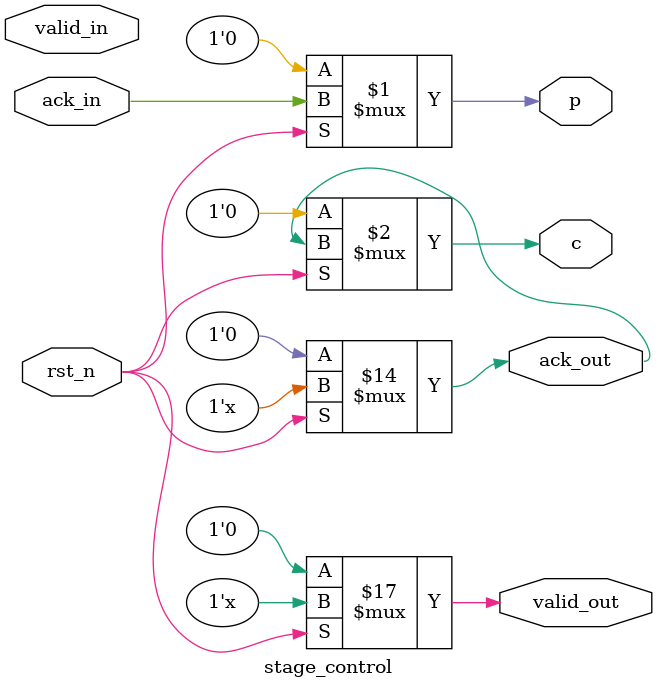
<source format=v>
`timescale 1ns / 1ps


module stage_control(
    input valid_in,
    input ack_in,
    output reg valid_out,
    output reg ack_out,
    output  c,
    output  p,
    input rst_n
    );
    reg csc0;
    assign p = rst_n?ack_in:1'b0;
    assign c = rst_n?ack_out:1'b0;
    always@(*)
    begin
        if(!rst_n)
        begin
            csc0 <= 1'b0;
          

            valid_out <= 1'b0;
            ack_out <= 1'b0;
        end
        else
        begin
            csc0 <= (ack_in*(~valid_in))+csc0*((~valid_in)+ack_in);
            ack_out <= ~csc0;
            valid_out <= ~csc0;
        end
    end
endmodule

</source>
